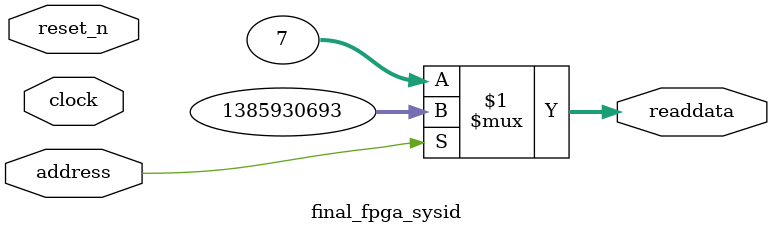
<source format=v>

`timescale 1ns / 1ps
// synthesis translate_on

// turn off superfluous verilog processor warnings 
// altera message_level Level1 
// altera message_off 10034 10035 10036 10037 10230 10240 10030 

module final_fpga_sysid (
               // inputs:
                address,
                clock,
                reset_n,

               // outputs:
                readdata
             )
;

  output  [ 31: 0] readdata;
  input            address;
  input            clock;
  input            reset_n;

  wire    [ 31: 0] readdata;
  //control_slave, which is an e_avalon_slave
  assign readdata = address ? 1385930693 : 7;

endmodule




</source>
